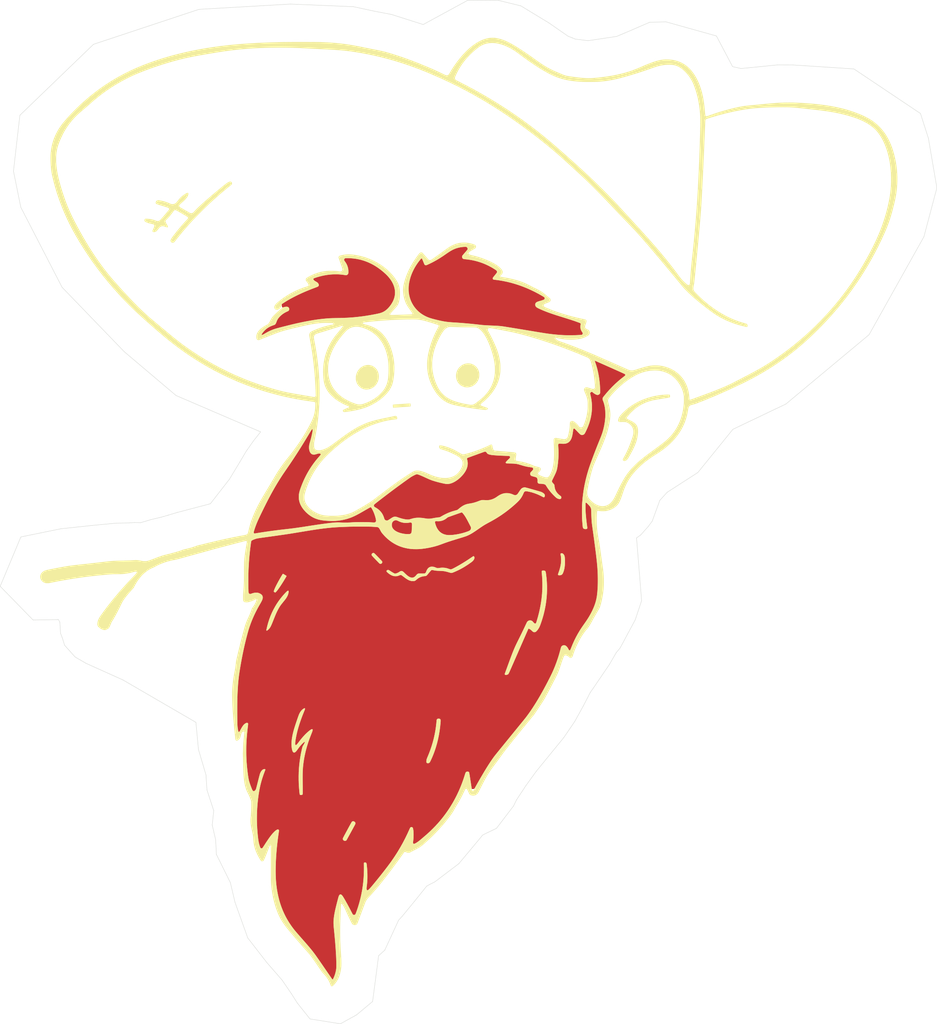
<source format=kicad_pcb>
(kicad_pcb (version 20240108) (generator "pcbnew") (generator_version "8.0")
  (layers (0 "F.Cu" signal) (31 "B.Cu" signal) (34 "B.Paste" user) (35 "F.Paste" user) (36 "B.SilkS" user "B.Silkscreen") (37 "F.SilkS" user "F.Silkscreen") (38 "B.Mask" user) (39 "F.Mask" user) (44 "Edge.Cuts" user))
  (net 0 "")
  (footprint "LOGO" (layer "F.Cu") (at 0 0)
    (property "Reference" "G***" (hide yes))
    (property "Value" "LOGO" (hide yes))
  )
  (footprint "LOGO" (layer "F.Cu") (at 0 0)
    (property "Reference" "G***" (hide yes))
    (property "Value" "LOGO" (hide yes))
  )
  (footprint "LOGO" (layer "F.Cu") (at 0 0)
    (property "Reference" "G***" (hide yes))
    (property "Value" "LOGO" (hide yes))
  )
  (gr_line (start 65.485 -126.631) (end 63.244 -127.12) (stroke (width 0.1)) (layer "Edge.Cuts"))
  (gr_line (start 37.62 -1.52) (end 38.747 -2.333) (stroke (width 0.1)) (layer "Edge.Cuts"))
  (gr_line (start 0.81 -144.778) (end -7.357 -144.838) (stroke (width 0.1)) (layer "Edge.Cuts"))
  (gr_line (start -107.24 -133.085) (end -126.888 -114.16) (stroke (width 0.1)) (layer "Edge.Cuts"))
  (gr_line (start -41.377 127.964) (end -37.045 125.572) (stroke (width 0.1)) (layer "Edge.Cuts"))
  (gr_line (start 63.328 -30.475) (end 77.475 -37.219) (stroke (width 0.1)) (layer "Edge.Cuts"))
  (gr_line (start 10.868 60.676) (end 18.188 51.715) (stroke (width 0.1)) (layer "Edge.Cuts"))
  (gr_line (start -29.543 108.338) (end -25.845 100.34) (stroke (width 0.1)) (layer "Edge.Cuts"))
  (gr_line (start 34.539 -136.116) (end 32.313 -135.188) (stroke (width 0.1)) (layer "Edge.Cuts"))
  (gr_line (start -88.608 -7.219) (end -89.174 -7.057) (stroke (width 0.1)) (layer "Edge.Cuts"))
  (gr_line (start -54.718 -143.804) (end -79.104 -142.399) (stroke (width 0.1)) (layer "Edge.Cuts"))
  (gr_line (start 117.742 -94.812) (end 115.482 -108.032) (stroke (width 0.1)) (layer "Edge.Cuts"))
  (gr_line (start -68.213 -21.742) (end -71.025 -17.109) (stroke (width 0.1)) (layer "Edge.Cuts"))
  (gr_line (start -123.365 20.353) (end -116.853 20.246) (stroke (width 0.1)) (layer "Edge.Cuts"))
  (gr_line (start -17.557 90.824) (end -16.175 90.13) (stroke (width 0.1)) (layer "Edge.Cuts"))
  (gr_line (start -69.492 95.604) (end -66.089 105.093) (stroke (width 0.1)) (layer "Edge.Cuts"))
  (gr_line (start 30.412 32.147) (end 32.215 29.039) (stroke (width 0.1)) (layer "Edge.Cuts"))
  (gr_line (start 8.144 64.437) (end 10.868 60.676) (stroke (width 0.1)) (layer "Edge.Cuts"))
  (gr_line (start -24.932 99.354) (end -21.587 95.289) (stroke (width 0.1)) (layer "Edge.Cuts"))
  (gr_line (start 19.391 -135.214) (end 14.191 -138.815) (stroke (width 0.1)) (layer "Edge.Cuts"))
  (gr_line (start -54.433 119.972) (end -52.84 122.476) (stroke (width 0.1)) (layer "Edge.Cuts"))
  (gr_line (start -64.621 -27.318) (end -66.162 -25.116) (stroke (width 0.1)) (layer "Edge.Cuts"))
  (gr_line (start 19.562 49.709) (end 21.168 47.336) (stroke (width 0.1)) (layer "Edge.Cuts"))
  (gr_line (start -91.869 -6.42) (end -94.686 -5.59) (stroke (width 0.1)) (layer "Edge.Cuts"))
  (gr_line (start -66.468 -24.702) (end -68.213 -21.742) (stroke (width 0.1)) (layer "Edge.Cuts"))
  (gr_line (start -116.04 23.887) (end -115.528 25.221) (stroke (width 0.1)) (layer "Edge.Cuts"))
  (gr_line (start -87.363 -7.58) (end -88.608 -7.219) (stroke (width 0.1)) (layer "Edge.Cuts"))
  (gr_line (start 40.716 -4.54) (end 41.8 -5.985) (stroke (width 0.1)) (layer "Edge.Cuts"))
  (gr_line (start -32.217 -141.883) (end -37.888 -143.099) (stroke (width 0.1)) (layer "Edge.Cuts"))
  (gr_line (start -66.162 -25.116) (end -66.468 -24.702) (stroke (width 0.1)) (layer "Edge.Cuts"))
  (gr_line (start -107.505 -4.864) (end -115.955 -3.967) (stroke (width 0.1)) (layer "Edge.Cuts"))
  (gr_line (start 14.191 -138.815) (end 6.758 -143.323) (stroke (width 0.1)) (layer "Edge.Cuts"))
  (gr_line (start -76.077 -10.631) (end -84.739 -8.357) (stroke (width 0.1)) (layer "Edge.Cuts"))
  (gr_line (start -76.98 65.626) (end -75.172 71.146) (stroke (width 0.1)) (layer "Edge.Cuts"))
  (gr_line (start 6.758 -143.323) (end 0.81 -144.778) (stroke (width 0.1)) (layer "Edge.Cuts"))
  (gr_line (start -27.732 -141.029) (end -32.217 -141.883) (stroke (width 0.1)) (layer "Edge.Cuts"))
  (gr_line (start -128.594 -99.275) (end -126.639 -89.652) (stroke (width 0.1)) (layer "Edge.Cuts"))
  (gr_line (start 33.252 27.787) (end 37.281 20.281) (stroke (width 0.1)) (layer "Edge.Cuts"))
  (gr_line (start 24.716 -134.046) (end 21.298 -134.466) (stroke (width 0.1)) (layer "Edge.Cuts"))
  (gr_line (start -3.466 77.672) (end 0.265 75.862) (stroke (width 0.1)) (layer "Edge.Cuts"))
  (gr_line (start -126.622 -1.788) (end -132.138 11.369) (stroke (width 0.1)) (layer "Edge.Cuts"))
  (gr_line (start 38.975 15.195) (end 37.62 -1.52) (stroke (width 0.1)) (layer "Edge.Cuts"))
  (gr_line (start 114.281 -81.787) (end 117.742 -94.812) (stroke (width 0.1)) (layer "Edge.Cuts"))
  (gr_line (start 19.166 50.291) (end 19.562 49.709) (stroke (width 0.1)) (layer "Edge.Cuts"))
  (gr_line (start -37.045 125.572) (end -32.786 122.011) (stroke (width 0.1)) (layer "Edge.Cuts"))
  (gr_line (start 21.168 47.336) (end 23.405 43.287) (stroke (width 0.1)) (layer "Edge.Cuts"))
  (gr_line (start 5.632 68.243) (end 8.144 64.437) (stroke (width 0.1)) (layer "Edge.Cuts"))
  (gr_line (start -84.863 -8.33) (end -87.352 -7.584) (stroke (width 0.1)) (layer "Edge.Cuts"))
  (gr_line (start -94.686 -5.59) (end -96.274 -5.637) (stroke (width 0.1)) (layer "Edge.Cuts"))
  (gr_line (start -87.352 -7.584) (end -87.363 -7.58) (stroke (width 0.1)) (layer "Edge.Cuts"))
  (gr_line (start -19.302 -138.349) (end -27.732 -141.029) (stroke (width 0.1)) (layer "Edge.Cuts"))
  (gr_line (start -126.888 -114.16) (end -128.594 -99.275) (stroke (width 0.1)) (layer "Edge.Cuts"))
  (gr_line (start -32.786 122.011) (end -31.183 109.817) (stroke (width 0.1)) (layer "Edge.Cuts"))
  (gr_line (start -79.248 54.842) (end -77.232 61.656) (stroke (width 0.1)) (layer "Edge.Cuts"))
  (gr_line (start -77.232 61.656) (end -77.215 62.022) (stroke (width 0.1)) (layer "Edge.Cuts"))
  (gr_line (start 26.056 38.555) (end 30.412 32.147) (stroke (width 0.1)) (layer "Edge.Cuts"))
  (gr_line (start 115.482 -108.032) (end 113.367 -114.634) (stroke (width 0.1)) (layer "Edge.Cuts"))
  (gr_line (start 99.657 -55.695) (end 114.281 -81.787) (stroke (width 0.1)) (layer "Edge.Cuts"))
  (gr_line (start -16.175 90.13) (end -9.771 85.274) (stroke (width 0.1)) (layer "Edge.Cuts"))
  (gr_line (start -62.661 -29.789) (end -64.621 -27.318) (stroke (width 0.1)) (layer "Edge.Cuts"))
  (gr_line (start -97.752 -5.525) (end -101.17 -5.464) (stroke (width 0.1)) (layer "Edge.Cuts"))
  (gr_line (start -75.573 75.005) (end -74.661 78.936) (stroke (width 0.1)) (layer "Edge.Cuts"))
  (gr_line (start 77.475 -37.219) (end 99.657 -55.695) (stroke (width 0.1)) (layer "Edge.Cuts"))
  (gr_line (start -31.183 109.817) (end -29.543 108.338) (stroke (width 0.1)) (layer "Edge.Cuts"))
  (gr_line (start -116.611 20.195) (end -116.219 20.981) (stroke (width 0.1)) (layer "Edge.Cuts"))
  (gr_line (start 41.8 -5.985) (end 43.827 -11.529) (stroke (width 0.1)) (layer "Edge.Cuts"))
  (gr_line (start -114.96 27.065) (end -113.502 28.695) (stroke (width 0.1)) (layer "Edge.Cuts"))
  (gr_line (start 63.244 -127.12) (end 58.932 -135.303) (stroke (width 0.1)) (layer "Edge.Cuts"))
  (gr_line (start 79.394 -127.574) (end 75.107 -127.581) (stroke (width 0.1)) (layer "Edge.Cuts"))
  (gr_line (start 95.612 -126.512) (end 79.394 -127.574) (stroke (width 0.1)) (layer "Edge.Cuts"))
  (gr_line (start 25.259 39.689) (end 26.056 38.555) (stroke (width 0.1)) (layer "Edge.Cuts"))
  (gr_line (start -126.639 -89.652) (end -115.633 -68.328) (stroke (width 0.1)) (layer "Edge.Cuts"))
  (gr_line (start -79.104 -142.399) (end -107.24 -133.085) (stroke (width 0.1)) (layer "Edge.Cuts"))
  (gr_line (start -116.219 20.981) (end -116.04 23.887) (stroke (width 0.1)) (layer "Edge.Cuts"))
  (gr_line (start 18.188 51.715) (end 19.166 50.291) (stroke (width 0.1)) (layer "Edge.Cuts"))
  (gr_line (start -109.282 31.87) (end -99.357 36.346) (stroke (width 0.1)) (layer "Edge.Cuts"))
  (gr_line (start -113.502 28.695) (end -112.136 30.219) (stroke (width 0.1)) (layer "Edge.Cuts"))
  (gr_line (start 0.265 75.862) (end 4.782 69.948) (stroke (width 0.1)) (layer "Edge.Cuts"))
  (gr_line (start 21.298 -134.466) (end 20.572 -134.77) (stroke (width 0.1)) (layer "Edge.Cuts"))
  (gr_line (start 75.107 -127.581) (end 68.103 -126.876) (stroke (width 0.1)) (layer "Edge.Cuts"))
  (gr_line (start 45.782 -13.681) (end 53.982 -18.964) (stroke (width 0.1)) (layer "Edge.Cuts"))
  (gr_line (start -85.219 -39.476) (end -62.661 -29.789) (stroke (width 0.1)) (layer "Edge.Cuts"))
  (gr_line (start -60.986 111.661) (end -56.926 116.323) (stroke (width 0.1)) (layer "Edge.Cuts"))
  (gr_line (start -25.845 100.34) (end -24.932 99.354) (stroke (width 0.1)) (layer "Edge.Cuts"))
  (gr_line (start -96.274 -5.637) (end -97.752 -5.525) (stroke (width 0.1)) (layer "Edge.Cuts"))
  (gr_line (start 43.827 -11.529) (end 45.782 -13.681) (stroke (width 0.1)) (layer "Edge.Cuts"))
  (gr_line (start 38.747 -2.333) (end 40.716 -4.54) (stroke (width 0.1)) (layer "Edge.Cuts"))
  (gr_line (start -79.925 47.626) (end -79.248 54.842) (stroke (width 0.1)) (layer "Edge.Cuts"))
  (gr_line (start -56.926 116.323) (end -54.433 119.972) (stroke (width 0.1)) (layer "Edge.Cuts"))
  (gr_line (start 23.405 43.287) (end 25.259 39.689) (stroke (width 0.1)) (layer "Edge.Cuts"))
  (gr_line (start 41.144 -138.96) (end 34.539 -136.116) (stroke (width 0.1)) (layer "Edge.Cuts"))
  (gr_line (start -115.633 -68.328) (end -99.036 -51.149) (stroke (width 0.1)) (layer "Edge.Cuts"))
  (gr_line (start -71.025 -17.109) (end -76.077 -10.631) (stroke (width 0.1)) (layer "Edge.Cuts"))
  (gr_line (start -52.84 122.476) (end -49.491 126.667) (stroke (width 0.1)) (layer "Edge.Cuts"))
  (gr_line (start -115.955 -3.967) (end -126.622 -1.788) (stroke (width 0.1)) (layer "Edge.Cuts"))
  (gr_line (start -74.459 82.823) (end -70.73 90.347) (stroke (width 0.1)) (layer "Edge.Cuts"))
  (gr_line (start -18.352 91.268) (end -17.557 90.824) (stroke (width 0.1)) (layer "Edge.Cuts"))
  (gr_line (start -37.888 -143.099) (end -54.718 -143.804) (stroke (width 0.1)) (layer "Edge.Cuts"))
  (gr_line (start -9.771 85.274) (end -3.809 78.139) (stroke (width 0.1)) (layer "Edge.Cuts"))
  (gr_line (start 58.932 -135.303) (end 45.47 -139.063) (stroke (width 0.1)) (layer "Edge.Cuts"))
  (gr_line (start -70.73 90.347) (end -69.492 95.604) (stroke (width 0.1)) (layer "Edge.Cuts"))
  (gr_line (start -75.172 71.146) (end -75.573 75.005) (stroke (width 0.1)) (layer "Edge.Cuts"))
  (gr_line (start -49.491 126.667) (end -41.377 127.964) (stroke (width 0.1)) (layer "Edge.Cuts"))
  (gr_line (start 45.47 -139.063) (end 41.144 -138.96) (stroke (width 0.1)) (layer "Edge.Cuts"))
  (gr_line (start 32.215 29.039) (end 33.252 27.787) (stroke (width 0.1)) (layer "Edge.Cuts"))
  (gr_line (start 37.281 20.281) (end 38.975 15.195) (stroke (width 0.1)) (layer "Edge.Cuts"))
  (gr_line (start -115.528 25.221) (end -114.96 27.065) (stroke (width 0.1)) (layer "Edge.Cuts"))
  (gr_line (start -99.036 -51.149) (end -85.219 -39.476) (stroke (width 0.1)) (layer "Edge.Cuts"))
  (gr_line (start -77.215 62.022) (end -76.98 65.626) (stroke (width 0.1)) (layer "Edge.Cuts"))
  (gr_line (start -132.138 11.369) (end -123.365 20.353) (stroke (width 0.1)) (layer "Edge.Cuts"))
  (gr_line (start -116.853 20.246) (end -116.611 20.195) (stroke (width 0.1)) (layer "Edge.Cuts"))
  (gr_line (start -74.661 78.936) (end -74.459 82.823) (stroke (width 0.1)) (layer "Edge.Cuts"))
  (gr_line (start 32.313 -135.188) (end 24.716 -134.046) (stroke (width 0.1)) (layer "Edge.Cuts"))
  (gr_line (start -84.739 -8.357) (end -84.863 -8.33) (stroke (width 0.1)) (layer "Edge.Cuts"))
  (gr_line (start -21.587 95.289) (end -18.352 91.268) (stroke (width 0.1)) (layer "Edge.Cuts"))
  (gr_line (start -101.17 -5.464) (end -107.505 -4.864) (stroke (width 0.1)) (layer "Edge.Cuts"))
  (gr_line (start -66.089 105.093) (end -60.986 111.661) (stroke (width 0.1)) (layer "Edge.Cuts"))
  (gr_line (start -3.809 78.139) (end -3.466 77.672) (stroke (width 0.1)) (layer "Edge.Cuts"))
  (gr_line (start -99.357 36.346) (end -79.925 47.626) (stroke (width 0.1)) (layer "Edge.Cuts"))
  (gr_line (start 4.782 69.948) (end 5.632 68.243) (stroke (width 0.1)) (layer "Edge.Cuts"))
  (gr_line (start -89.174 -7.057) (end -91.869 -6.42) (stroke (width 0.1)) (layer "Edge.Cuts"))
  (gr_line (start -112.136 30.219) (end -109.282 31.87) (stroke (width 0.1)) (layer "Edge.Cuts"))
  (gr_line (start -7.357 -144.838) (end -19.302 -138.349) (stroke (width 0.1)) (layer "Edge.Cuts"))
  (gr_line (start 68.103 -126.876) (end 65.485 -126.631) (stroke (width 0.1)) (layer "Edge.Cuts"))
  (gr_line (start 53.982 -18.964) (end 63.328 -30.475) (stroke (width 0.1)) (layer "Edge.Cuts"))
  (gr_line (start 113.367 -114.634) (end 95.612 -126.512) (stroke (width 0.1)) (layer "Edge.Cuts"))
  (gr_line (start 20.572 -134.77) (end 19.391 -135.214) (stroke (width 0.1)) (layer "Edge.Cuts"))
)
</source>
